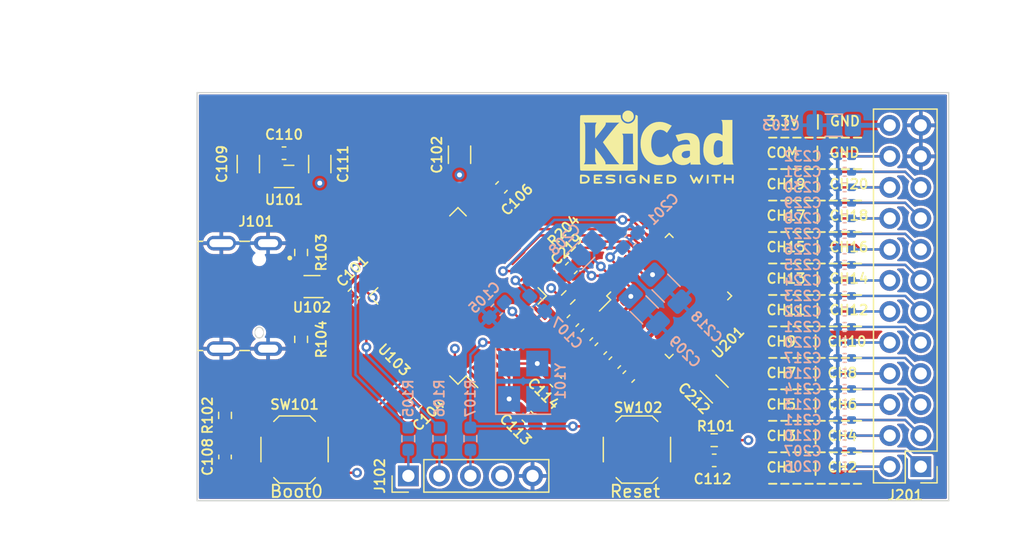
<source format=kicad_pcb>
(kicad_pcb (version 20211014) (generator pcbnew)
  (layers (0 "F.Cu" signal) (1 "In1.Cu" signal) (2 "In2.Cu" signal) (31 "B.Cu" signal) (34 "B.Paste" user) (35 "F.Paste" user) (36 "B.SilkS" user "B.Silkscreen") (37 "F.SilkS" user "F.Silkscreen") (38 "B.Mask" user) (39 "F.Mask" user) (44 "Edge.Cuts" user))
  (net 0 "")
  (net 1 "Net-(J102-Pad1)")
  (net 2 "Net-(J102-Pad2)")
  (net 3 "Net-(J102-Pad3)")
  (net 4 "GND")
  (net 5 "Net-(J101-Pad3)")
  (net 6 "Net-(J101-Pad9)")
  (net 7 "/BOOT0")
  (net 8 "/RESET")
  (net 9 "/USB_VBUS")
  (net 11 "Net-(C110-Pad1)")
  (net 13 "/USB_D-")
  (net 14 "/USB_D+")
  (net 19 "Net-(C113-Pad2)")
  (net 20 "Net-(C114-Pad2)")
  (net 28 "/SPI1_NSS")
  (net 29 "/SPI1_SCK")
  (net 30 "/SPI1_MOSI")
  (net 31 "/SPI1_MISO")
  (net 38 "/I2C3_SCL")
  (net 39 "/UART1_TX")
  (net 40 "/UART1_RX")
  (net 41 "/SWDIO")
  (net 42 "/SWCLK")
  (net 49 "/3.3V")
  (net 50 "Net-(C215-Pad2)")
  (net 51 "Net-(C212-Pad2)")
  (net 53 "Net-(C218-Pad2)")
  (net 54 "Net-(C209-Pad2)")
  (net 55 "Net-(C208-Pad1)")
  (net 56 "Net-(C208-Pad2)")
  (net 57 "/ThermalSensorsDriver/CH1")
  (net 58 "/ThermalSensorsDriver/CH2")
  (net 59 "/ThermalSensorsDriver/CH3")
  (net 60 "/ThermalSensorsDriver/CH4")
  (net 61 "/ThermalSensorsDriver/CH5")
  (net 62 "/ThermalSensorsDriver/CH6")
  (net 63 "/ThermalSensorsDriver/CH7")
  (net 64 "/ThermalSensorsDriver/CH8")
  (net 65 "/ThermalSensorsDriver/CH9")
  (net 66 "/ThermalSensorsDriver/CH10")
  (net 67 "/ThermalSensorsDriver/CH11")
  (net 68 "/ThermalSensorsDriver/CH12")
  (net 69 "/ThermalSensorsDriver/CH13")
  (net 70 "/ThermalSensorsDriver/CH14")
  (net 71 "/ThermalSensorsDriver/CH15")
  (net 72 "/ThermalSensorsDriver/CH16")
  (net 73 "/ThermalSensorsDriver/CH17")
  (net 74 "/ThermalSensorsDriver/CH18")
  (net 75 "/ThermalSensorsDriver/CH19")
  (net 76 "/ThermalSensorsDriver/CH20")
  (net 77 "/ThermalSensorsDriver/COM")
  (net 97 "/TH_RESET")
  (footprint "Button_Switch_SMD:SW_SPST_TL3342" (layer "F.Cu") (at 105 103 180)
    (fp_text reference "SW101")
    (fp_text value "SW_Push")
  )
  (footprint "Package_QFP:LQFP-64_10x10mm_P0.5mm" (layer "F.Cu") (at 118.364 90.424 135)
    (fp_text reference "U103")
    (fp_text value "STM32F303RDTx")
  )
  (footprint "Capacitor_SMD:C_1206_3216Metric_Pad1.33x1.80mm_HandSolder" (layer "F.Cu") (at 101.219 79.629 90)
    (fp_text reference "C109")
    (fp_text value "10µF")
  )
  (footprint "Capacitor_SMD:C_0603_1608Metric_Pad1.08x0.95mm_HandSolder" (layer "F.Cu") (at 132.334 97.028 45)
    (fp_text reference "C215" hide)
    (fp_text value "100nF")
  )
  (footprint "Resistor_SMD:R_0603_1608Metric_Pad0.98x0.95mm_HandSolder" (layer "F.Cu") (at 105.537 93.98 90)
    (fp_text reference "R104")
    (fp_text value "5.1k")
  )
  (footprint "Capacitor_SMD:C_0603_1608Metric_Pad1.08x0.95mm_HandSolder" (layer "F.Cu") (at 130.048 94.742 45)
    (fp_text reference "C204" hide)
    (fp_text value "100nF")
  )
  (footprint "Symbol:KiCad-Logo2_5mm_SilkScreen" (layer "F.Cu") (at 134.62 78.232)
    (fp_text reference "LOGO101" hide)
    (fp_text value "Logo_Open_Hardware_Small" hide)
  )
  (footprint "Package_DFN_QFN:MLF-6-1EP_1.6x1.6mm_P0.5mm_EP0.5x1.26mm" (layer "F.Cu") (at 104.14 80.645)
    (fp_text reference "U101")
    (fp_text value "MIC5353-3.3YMT")
  )
  (footprint "Capacitor_SMD:C_0603_1608Metric_Pad1.08x0.95mm_HandSolder" (layer "F.Cu") (at 127.635 88.138 -135)
    (fp_text reference "C219")
    (fp_text value "100nF")
  )
  (footprint "Package_TO_SOT_SMD:SOT-553" (layer "F.Cu") (at 106.426 89.662 180)
    (fp_text reference "U102")
    (fp_text value "TPD2E2U06")
  )
  (footprint "Capacitor_SMD:C_0603_1608Metric_Pad1.08x0.95mm_HandSolder" (layer "F.Cu") (at 131.191 95.885 45)
    (fp_text reference "C205" hide)
    (fp_text value "100nF")
  )
  (footprint "Capacitor_SMD:C_0603_1608Metric_Pad1.08x0.95mm_HandSolder" (layer "F.Cu") (at 121.92 81.534 45)
    (fp_text reference "C106")
    (fp_text value "100nF")
  )
  (footprint "Resistor_SMD:R_0603_1608Metric_Pad0.98x0.95mm_HandSolder" (layer "F.Cu") (at 139.319 102.235 180)
    (fp_text reference "R101")
    (fp_text value "2k2")
  )
  (footprint "Capacitor_SMD:C_0603_1608Metric_Pad1.08x0.95mm_HandSolder" (layer "F.Cu") (at 99.314 103.6055 90)
    (fp_text reference "C108")
    (fp_text value "100nF")
  )
  (footprint "Capacitor_SMD:C_1206_3216Metric_Pad1.33x1.80mm_HandSolder" (layer "F.Cu") (at 118.491 78.867 90)
    (fp_text reference "C102")
    (fp_text value "10µF")
  )
  (footprint "Resistor_SMD:R_0603_1608Metric_Pad0.98x0.95mm_HandSolder" (layer "F.Cu") (at 105.537 86.868 -90)
    (fp_text reference "R103")
    (fp_text value "5.1k")
  )
  (footprint "Capacitor_SMD:C_1206_3216Metric_Pad1.33x1.80mm_HandSolder" (layer "F.Cu") (at 107.061 79.629 90)
    (fp_text reference "C111")
    (fp_text value "10µF")
  )
  (footprint "Capacitor_SMD:C_0603_1608Metric_Pad1.08x0.95mm_HandSolder" (layer "F.Cu") (at 124.079 100.33 135)
    (fp_text reference "C113")
    (fp_text value "100nF")
  )
  (footprint "Resistor_SMD:R_0603_1608Metric_Pad0.98x0.95mm_HandSolder" (layer "F.Cu") (at 127.381 90.551 -135)
    (fp_text reference "R204")
    (fp_text value "R")
  )
  (footprint "Capacitor_SMD:C_0603_1608Metric_Pad1.08x0.95mm_HandSolder" (layer "F.Cu") (at 128.905 93.599 45)
    (fp_text reference "C203" hide)
    (fp_text value "100nF")
  )
  (footprint "Resistor_SMD:R_0603_1608Metric_Pad0.98x0.95mm_HandSolder" (layer "F.Cu") (at 99.314 100.203 90)
    (fp_text reference "R102")
    (fp_text value "2K2")
  )
  (footprint "Capacitor_SMD:C_1206_3216Metric_Pad1.33x1.80mm_HandSolder" (layer "F.Cu") (at 139.319 98.044 135)
    (fp_text reference "C212")
    (fp_text value "1µF")
  )
  (footprint "Connector_PinHeader_2.54mm:PinHeader_1x05_P2.54mm_Vertical" (layer "F.Cu") (at 114.305 105.156 90)
    (fp_text reference "J102")
    (fp_text value "Conn_01x05")
  )
  (footprint "Capacitor_SMD:C_0603_1608Metric_Pad1.08x0.95mm_HandSolder" (layer "F.Cu") (at 126.365 97.409 135)
    (fp_text reference "C114")
    (fp_text value "100nF")
  )
  (footprint "Connector_PinHeader_2.54mm:PinHeader_2x12_P2.54mm_Vertical" (layer "F.Cu") (at 156.215 104.399 180)
    (fp_text reference "J201")
    (fp_text value "Conn_02x12_Odd_Even")
  )
  (footprint "Package_QFP:LQFP-48_7x7mm_P0.5mm" (layer "F.Cu") (at 135.636 90.424 45)
    (fp_text reference "U201")
    (fp_text value "LTC2983")
  )
  (footprint "Capacitor_SMD:C_0603_1608Metric_Pad1.08x0.95mm_HandSolder" (layer "F.Cu") (at 127.762 92.456 45)
    (fp_text reference "C202" hide)
    (fp_text value "100nF")
  )
  (footprint "Capacitor_SMD:C_0603_1608Metric_Pad1.08x0.95mm_HandSolder" (layer "F.Cu") (at 109.855 90.297 -135)
    (fp_text reference "C101")
    (fp_text value "100nF")
  )
  (footprint "Capacitor_SMD:C_0603_1608Metric_Pad1.08x0.95mm_HandSolder" (layer "F.Cu") (at 114.935 99.187 -135)
    (fp_text reference "C104")
    (fp_text value "100nF")
  )
  (footprint "DX07S016JA1R1500:JAE_DX07S016JA1R1500" (layer "F.Cu") (at 102.108 90.424 -90)
    (fp_text reference "J101")
    (fp_text value "DX07S016JA1R1500")
    (fp_line (start 2.875 -0.315) (end 3.125 -0.315) (layer "Edge.Cuts") (width 0.1))
    (fp_line (start 3.125 0.315) (end 2.875 0.315) (layer "Edge.Cuts") (width 0.1))
    (fp_arc (start 2.56 0) (mid 2.652261 -0.222739) (end 2.875 -0.315) (layer "Edge.Cuts") (width 0.1))
    (fp_arc (start 2.875 0.315) (mid 2.652261 0.222739) (end 2.56 0) (layer "Edge.Cuts") (width 0.1))
    (fp_arc (start 3.125 -0.315) (mid 3.347739 -0.222739) (end 3.44 0) (layer "Edge.Cuts") (width 0.1))
    (fp_arc (start 3.44 0) (mid 3.347739 0.222739) (end 3.125 0.315) (layer "Edge.Cuts") (width 0.1))
  )
  (footprint "Button_Switch_SMD:SW_SPST_TL3342" (layer "F.Cu") (at 133 103)
    (fp_text reference "SW102")
    (fp_text value "SW_Push")
  )
  (footprint "Capacitor_SMD:C_0603_1608Metric_Pad1.08x0.95mm_HandSolder" (layer "F.Cu") (at 104.14 78.74 180)
    (fp_text reference "C110")
    (fp_text value "100nF")
  )
  (footprint "Capacitor_SMD:C_0603_1608Metric_Pad1.08x0.95mm_HandSolder" (layer "F.Cu") (at 139.319 103.886)
    (fp_text reference "C112")
    (fp_text value "100nF")
  )
  (footprint "Capacitor_SMD:C_1206_3216Metric_Pad1.33x1.80mm_HandSolder" (layer "B.Cu") (at 133.604 91.567 135)
    (fp_text reference "C209")
    (fp_text value "10µF")
  )
  (footprint "Capacitor_SMD:C_0402_1005Metric_Pad0.74x0.62mm_HandSolder" (layer "B.Cu") (at 149.987 101.854 180)
    (fp_text reference "C210")
    (fp_text value "100pF")
  )
  (footprint "Crystal:Crystal_SMD_3225-4Pin_3.2x2.5mm_HandSoldering" (layer "B.Cu") (at 123.698 97.409 90)
    (fp_text reference "Y101")
    (fp_text value "Crystal_GND24")
  )
  (footprint "Resistor_SMD:R_0603_1608Metric_Pad0.98x0.95mm_HandSolder" (layer "B.Cu") (at 114.3 102.108 90)
    (fp_text reference "R105")
    (fp_text value "22")
  )
  (footprint "Capacitor_SMD:C_0402_1005Metric_Pad0.74x0.62mm_HandSolder" (layer "B.Cu") (at 149.987 90.424 180)
    (fp_text reference "C223")
    (fp_text value "100pF")
  )
  (footprint "Capacitor_SMD:C_0402_1005Metric_Pad0.74x0.62mm_HandSolder" (layer "B.Cu") (at 149.987 80.264 180)
    (fp_text reference "C231")
    (fp_text value "100pF")
  )
  (footprint "Capacitor_SMD:C_1206_3216Metric_Pad1.33x1.80mm_HandSolder" (layer "B.Cu") (at 128.397 87.122 -135)
    (fp_text reference "C208")
    (fp_text value "10µF")
  )
  (footprint "Capacitor_SMD:C_0402_1005Metric_Pad0.74x0.62mm_HandSolder" (layer "B.Cu") (at 149.987 99.314 180)
    (fp_text reference "C213")
    (fp_text value "100pF")
  )
  (footprint "Capacitor_SMD:C_0402_1005Metric_Pad0.74x0.62mm_HandSolder" (layer "B.Cu") (at 149.987 98.044 180)
    (fp_text reference "C214")
    (fp_text value "100pF")
  )
  (footprint "Capacitor_SMD:C_0402_1005Metric_Pad0.74x0.62mm_HandSolder" (layer "B.Cu") (at 149.987 82.804 180)
    (fp_text reference "C229")
    (fp_text value "100pF")
  )
  (footprint "Capacitor_SMD:C_0402_1005Metric_Pad0.74x0.62mm_HandSolder" (layer "B.Cu") (at 149.987 78.994 180)
    (fp_text reference "C232")
    (fp_text value "100pF")
  )
  (footprint "Capacitor_SMD:C_0402_1005Metric_Pad0.74x0.62mm_HandSolder" (layer "B.Cu") (at 149.987 89.154 180)
    (fp_text reference "C224")
    (fp_text value "100pF")
  )
  (footprint "Capacitor_SMD:C_1206_3216Metric_Pad1.33x1.80mm_HandSolder" (layer "B.Cu") (at 135.382 89.789 135)
    (fp_text reference "C218")
    (fp_text value "10µF")
  )
  (footprint "Capacitor_SMD:C_0603_1608Metric_Pad1.08x0.95mm_HandSolder" (layer "B.Cu") (at 132.461 85.852 -135)
    (fp_text reference "C201")
    (fp_text value "100nF")
  )
  (footprint "Capacitor_SMD:C_0402_1005Metric_Pad0.74x0.62mm_HandSolder" (layer "B.Cu") (at 149.987 94.234 180)
    (fp_text reference "C220")
    (fp_text value "100pF")
  )
  (footprint "Capacitor_SMD:C_0402_1005Metric_Pad0.74x0.62mm_HandSolder" (layer "B.Cu") (at 149.987 92.964 180)
    (fp_text reference "C221")
    (fp_text value "100pF")
  )
  (footprint "Capacitor_SMD:C_0402_1005Metric_Pad0.74x0.62mm_HandSolder" (layer "B.Cu") (at 149.987 95.504 180)
    (fp_text reference "C217")
    (fp_text value "100pF")
  )
  (footprint "Capacitor_SMD:C_0603_1608Metric_Pad1.08x0.95mm_HandSolder" (layer "B.Cu") (at 124.841 91.059 -45)
    (fp_text reference "C107")
    (fp_text value "100nF")
  )
  (footprint "Capacitor_SMD:C_0402_1005Metric_Pad0.74x0.62mm_HandSolder" (layer "B.Cu") (at 149.987 85.344 180)
    (fp_text reference "C227")
    (fp_text value "100pF")
  )
  (footprint "Capacitor_SMD:C_0402_1005Metric_Pad0.74x0.62mm_HandSolder" (layer "B.Cu") (at 149.987 104.394 180)
    (fp_text reference "C206")
    (fp_text value "100pF")
  )
  (footprint "Capacitor_SMD:C_0402_1005Metric_Pad0.74x0.62mm_HandSolder" (layer "B.Cu") (at 149.987 96.774 180)
    (fp_text reference "C216")
    (fp_text value "100pF")
  )
  (footprint "Capacitor_SMD:C_0402_1005Metric_Pad0.74x0.62mm_HandSolder" (layer "B.Cu") (at 149.987 81.534 180)
    (fp_text reference "C230")
    (fp_text value "100pF")
  )
  (footprint "Resistor_SMD:R_0603_1608Metric_Pad0.98x0.95mm_HandSolder" (layer "B.Cu") (at 116.84 102.108 90)
    (fp_text reference "R106")
    (fp_text value "22")
  )
  (footprint "Capacitor_SMD:C_0402_1005Metric_Pad0.74x0.62mm_HandSolder" (layer "B.Cu") (at 149.987 86.614 180)
    (fp_text reference "C226")
    (fp_text value "100pF")
  )
  (footprint "Capacitor_SMD:C_1206_3216Metric_Pad1.33x1.80mm_HandSolder" (layer "B.Cu") (at 149.098 76.454 180)
    (fp_text reference "C103")
    (fp_text value "10µF")
  )
  (footprint "Resistor_SMD:R_0603_1608Metric_Pad0.98x0.95mm_HandSolder" (layer "B.Cu") (at 119.38 102.108 90)
    (fp_text reference "R107")
    (fp_text value "22")
  )
  (footprint "Capacitor_SMD:C_0402_1005Metric_Pad0.74x0.62mm_HandSolder" (layer "B.Cu") (at 149.987 87.884 180)
    (fp_text reference "C225")
    (fp_text value "100pF")
  )
  (footprint "Capacitor_SMD:C_0402_1005Metric_Pad0.74x0.62mm_HandSolder" (layer "B.Cu") (at 149.987 91.694 180)
    (fp_text reference "C222")
    (fp_text value "100pF")
  )
  (footprint "Capacitor_SMD:C_0402_1005Metric_Pad0.74x0.62mm_HandSolder" (layer "B.Cu") (at 149.987 100.584 180)
    (fp_text reference "C211")
    (fp_text value "100pF")
  )
  (footprint "Capacitor_SMD:C_0402_1005Metric_Pad0.74x0.62mm_HandSolder" (layer "B.Cu") (at 149.987 103.124 180)
    (fp_text reference "C207")
    (fp_text value "100pF")
  )
  (footprint "Capacitor_SMD:C_0603_1608Metric_Pad1.08x0.95mm_HandSolder" (layer "B.Cu") (at 121.539 91.567 -135)
    (fp_text reference "C105")
    (fp_text value "100nF")
  )
  (footprint "Capacitor_SMD:C_0402_1005Metric_Pad0.74x0.62mm_HandSolder" (layer "B.Cu") (at 149.987 84.074 180)
    (fp_text reference "C228")
    (fp_text value "100pF")
  )
  (gr_line (start 158.496 107.188) (end 158.496 73.787) (layer "Edge.Cuts") (width 0.1))
  (gr_line (start 97.028 73.787) (end 97.028 107.188) (layer "Edge.Cuts") (width 0.1))
  (gr_line (start 97.028 107.188) (end 158.496 107.188) (layer "Edge.Cuts") (width 0.1))
  (gr_line (start 158.496 73.787) (end 97.028 73.787) (layer "Edge.Cuts") (width 0.1))
  (gr_text "3.3V  | GND\n--------\nCOM  | GND\n--------\nCH19 | CH20\n--------\nCH17 | CH18\n--------\nCH15 | CH16\n--------\nCH13 | CH14\n--------\nCH11 | CH12\n--------\nCH9  | CH10\n--------\nCH7  | CH8\n--------\nCH5  | CH6\n--------\nCH3  | CH4\n--------\nCH1  | CH2\n--------\n" (at 143.51 90.932) (layer "F.SilkS") (effects (font (size 0.8 0.8)) (justify left)))
  (gr_text "Boot0" (at 105.156 106.426) (layer "F.SilkS") (effects (font (size 1 1))))
  (gr_text "Reset" (at 132.842 106.426) (layer "F.SilkS") (effects (font (size 1 1))))
  (segment (start 114.3 103.0205) (end 114.305 103.0255) (width 0.2) (layer "B.Cu") (net 1))
  (segment (start 114.305 103.0255) (end 114.305 105.156) (width 0.2) (layer "B.Cu") (net 1))
  (segment (start 116.845 103.0255) (end 116.845 105.156) (width 0.2) (layer "B.Cu") (net 2))
  (segment (start 116.84 103.0205) (end 116.845 103.0255) (width 0.2) (layer "B.Cu") (net 2))
  (segment (start 119.385 103.0255) (end 119.385 105.156) (width 0.2) (layer "B.Cu") (net 3))
  (segment (start 119.38 103.0205) (end 119.385 103.0255) (width 0.2) (layer "B.Cu") (net 3))
  (segment (start 104.6435 88.674) (end 105.537 87.7805) (width 0.2) (layer "F.Cu") (net 5))
  (segment (start 103.208 88.674) (end 104.6435 88.674) (width 0.2) (layer "F.Cu") (net 5))
  (segment (start 104.1435 91.674) (end 105.537 93.0675) (width 0.2) (layer "F.Cu") (net 6))
  (segment (start 103.208 91.674) (end 104.1435 91.674) (width 0.2) (layer "F.Cu") (net 6))
  (segment (start 99.314 101.1155) (end 99.3295 101.1) (width 0.2) (layer "F.Cu") (net 7))
  (segment (start 99.314 102.743) (end 99.314 101.1155) (width 0.2) (layer "F.Cu") (net 7))
  (segment (start 99.3295 101.1) (end 108.15 101.1) (width 0.2) (layer "F.Cu") (net 7))
  (segment (start 115.588606 95.674268) (end 110.162874 101.1) (width 0.2) (layer "F.Cu") (net 7))
  (segment (start 110.162874 101.1) (end 108.15 101.1) (width 0.2) (layer "F.Cu") (net 7))
  (segment (start 136.15 101.1) (end 137.2715 101.1) (width 0.2) (layer "F.Cu") (net 8))
  (segment (start 138.4565 102.285) (end 138.4065 102.235) (width 0.2) (layer "F.Cu") (net 8))
  (segment (start 137.2715 101.1) (end 138.4065 102.235) (width 0.2) (layer "F.Cu") (net 8))
  (segment (start 138.4565 103.886) (end 138.4565 102.285) (width 0.2) (layer "F.Cu") (net 8))
  (segment (start 121.846501 94.967161) (end 121.11334 94.234) (width 0.2) (layer "F.Cu") (net 8))
  (segment (start 121.11334 94.234) (end 120.396 94.234) (width 0.2) (layer "F.Cu") (net 8))
  (segment (start 127.77 101.1) (end 127.762 101.092) (width 0.2) (layer "F.Cu") (net 8))
  (segment (start 129.85 101.1) (end 136.15 101.1) (width 0.2) (layer "F.Cu") (net 8))
  (segment (start 129.85 101.1) (end 127.77 101.1) (width 0.2) (layer "F.Cu") (net 8))
  (via (at 127.762 101.092) (size 0.8) (drill 0.4) (layers "F.Cu" "B.Cu") (net 8))
  (via (at 120.396 94.234) (size 0.8) (drill 0.4) (layers "F.Cu" "B.Cu") (net 8))
  (segment (start 119.38 95.25) (end 120.396 94.234) (width 0.2) (layer "B.Cu") (net 8))
  (segment (start 119.38 101.1955) (end 119.38 95.25) (width 0.2) (layer "B.Cu") (net 8))
  (segment (start 127.762 101.092) (end 119.4835 101.092) (width 0.2) (layer "B.Cu") (net 8))
  (segment (start 119.4835 101.092) (end 119.38 101.1955) (width 0.2) (layer "B.Cu") (net 8))
  (segment (start 101.2825 87.9475) (end 100.965 87.63) (width 0.4) (layer "F.Cu") (net 9))
  (segment (start 103.34 81.145) (end 101.2655 81.145) (width 0.2) (layer "F.Cu") (net 9))
  (segment (start 102.539197 92.774) (end 101.2825 91.517303) (width 0.4) (layer "F.Cu") (net 9))
  (segment (start 102.424676 88.188521) (end 101.523521 88.188521) (width 0.4) (layer "F.Cu") (net 9))
  (segment (start 103.208 88.074) (end 102.539197 88.074) (width 0.4) (layer "F.Cu") (net 9))
  (segment (start 101.2655 81.145) (end 101.219 81.1915) (width 0.2) (layer "F.Cu") (net 9))
  (segment (start 101.2825 91.517303) (end 101.2825 88.3285) (width 0.4) (layer "F.Cu") (net 9))
  (segment (start 100.965 87.63) (end 100.965 81.4455) (width 0.4) (layer "F.Cu") (net 9))
  (segment (start 103.208 92.774) (end 102.539197 92.774) (width 0.4) (layer "F.Cu") (net 9))
  (segment (start 102.539197 88.074) (end 102.424676 88.188521) (width 0.4) (layer "F.Cu") (net 9))
  (segment (start 103.34 80.145) (end 102.856513 80.145) (width 0.2) (layer "F.Cu") (net 9))
  (segment (start 101.523521 88.188521) (end 101.2825 87.9475) (width 0.4) (layer "F.Cu") (net 9))
  (segment (start 102.856513 80.145) (end 102.616 80.385513) (width 0.2) (layer "F.Cu") (net 9))
  (segment (start 100.965 81.4455) (end 101.219 81.1915) (width 0.4) (layer "F.Cu") (net 9))
  (segment (start 101.2825 88.3285) (end 101.473 88.138) (width 0.4) (layer "F.Cu") (net 9))
  (segment (start 102.616 80.385513) (end 102.616 81.153) (width 0.2) (layer "F.Cu") (net 9))
  (segment (start 104.94 80.145) (end 104.94 78.8025) (width 0.2) (layer "F.Cu") (net 11))
  (segment (start 104.94 78.8025) (end 105.0025 78.74) (width 0.2) (layer "F.Cu") (net 11))
  (segment (start 107.126 89.162) (end 109.42 86.868) (width 0.2) (layer "F.Cu") (net 13))
  (segment (start 112.333126 86.868) (end 113.113732 87.648606) (width 0.2) (layer "F.Cu") (net 13))
  (segment (start 103.208 89.674) (end 102.473978 89.674) (width 0.2) (layer "F.Cu") (net 13))
  (segment (start 102.108 90.039978) (end 102.108 90.805) (width 0.2) (layer "F.Cu") (net 13))
  (segment (start 106.033 89.674) (end 106.545 89.162) (width 0.2) (layer "F.Cu") (net 13))
  (segment (start 103.208 89.674) (end 106.033 89.674) (width 0.2) (layer "F.Cu") (net 13))
  (segment (start 102.108 90.805) (end 102.477 91.174) (width 0.2) (layer "F.Cu") (net 13))
  (segment (start 109.42 86.868) (end 112.333126 86.868) (width 0.2) (layer "F.Cu") (net 13))
  (segment (start 102.477 91.174) (end 103.208 91.174) (width 0.2) (layer "F.Cu") (net 13))
  (segment (start 106.545 89.162) (end 107.126 89.162) (width 0.2) (layer "F.Cu") (net 13))
  (segment (start 102.473978 89.674) (end 102.108 90.039978) (width 0.2) (layer "F.Cu") (net 13))
  (segment (start 109.83648 87.26752) (end 112.02554 87.26752) (width 0.2) (layer "F.Cu") (net 14))
  (segment (start 103.208 90.174) (end 105.714 90.174) (width 0.2) (layer "F.Cu") (net 14))
  (segment (start 105.714 90.174) (end 105.726 90.162) (width 0.2) (layer "F.Cu") (net 14))
  (segment (start 106.307 90.162) (end 106.807 89.662) (width 0.2) (layer "F.Cu") (net 14))
  (segment (start 107.442 89.662) (end 109.83648 87.26752) (width 0.2) (layer "F.Cu") (net 14))
  (segment (start 107.126 89.662) (end 107.442 89.662) (width 0.2) (layer "F.Cu") (net 14))
  (segment (start 105.726 90.162) (end 106.307 90.162) (width 0.2) (layer "F.Cu") (net 14))
  (segment (start 103.208 90.674) (end 103.208 90.174) (width 0.2) (layer "F.Cu") (net 14))
  (segment (start 112.02554 87.26752) (end 112.760179 88.002159) (width 0.2) (layer "F.Cu") (net 14))
  (segment (start 106.807 89.662) (end 107.126 89.662) (width 0.2) (layer "F.Cu") (net 14))
  (segment (start 122.548 97.082874) (end 122.548 98.859) (width 0.2) (layer "F.Cu") (net 19))
  (segment (start 123.40912 99.72012) (end 122.548 98.859) (width 0.2) (layer "F.Cu") (net 19))
  (segment (start 121.139394 95.674268) (end 122.548 97.082874) (width 0.2) (layer "F.Cu") (net 19))
  (segment (start 123.46912 99.72012) (end 123.40912 99.72012) (width 0.2) (layer "F.Cu") (net 19))
  (via (at 122.548 98.859) (size 0.8) (drill 0.4) (layers "F.Cu" "B.Cu") (net 19))
  (segment (start 125.75512 96.79912) (end 125.68812 96.79912) (width 0.2) (layer "F.Cu") (net 20))
  (segment (start 122.131234 95.959) (end 124.848 95.959) (width 0.2) (layer "F.Cu") (net 20))
  (segment (start 121.492948 95.320714) (end 122.131234 95.959) (width 0.2) (layer "F.Cu") (net 20))
  (segment (start 125.68812 96.79912) (end 124.848 95.959) (width 0.2) (layer "F.Cu") (net 20))
  (via (at 124.848 95.959) (size 0.8) (drill 0.4) (layers "F.Cu" "B.Cu") (net 20))
  (segment (start 123.967821 88.002159) (end 125.99098 85.979) (width 0.2) (layer "F.Cu") (net 28))
  (segment (start 125.99098 85.979) (end 132.25166 85.979) (width 0.2) (layer "F.Cu") (net 28))
  (segment (start 132.25166 85.979) (end 133.222998 86.950338) (width 0.2) (layer "F.Cu") (net 28))
  (segment (start 131.826 84.201) (end 132.59498 84.201) (width 0.2) (layer "F.Cu") (net 29))
  (segment (start 122.870874 88.392) (end 122.047 88.392) (width 0.2) (layer "F.Cu") (net 29))
  (segment (start 132.59498 84.201) (end 134.283658 85.889678) (width 0.2) (layer "F.Cu") (net 29))
  (segment (start 123.614268 87.648606) (end 122.870874 88.392) (width 0.2) (layer "F.Cu") (net 29))
  (via (at 122.047 88.392) (size 0.8) (drill 0.4) (layers "F.Cu" "B.Cu") (net 29))
  (via (at 131.826 84.201) (size 0.8) (drill 0.4) (layers "F.Cu" "B.Cu") (net 29))
  (segment (start 126.238 84.201) (end 122.047 88.392) (width 0.2) (layer "B.Cu") (net 29))
  (segment (start 131.826 84.201) (end 126.238 84.201) (width 0.2) (layer "B.Cu") (net 29))
  (segment (start 123.260714 87.295052) (end 125.084766 85.471) (width 0.2) (layer "F.Cu") (net 30))
  (segment (start 125.084766 85.471) (end 132.450766 85.471) (width 0.2) (layer "F.Cu") (net 30))
  (segment (start 132.450766 85.471) (end 133.576551 86.596785) (width 0.2) (layer "F.Cu") (net 30))
  (segment (start 132.649874 84.963) (end 133.930105 86.243231) (width 0.2) (layer "F.Cu") (net 31))
  (segment (start 124.88566 84.963) (end 132.649874 84.963) (width 0.2) (layer "F.Cu") (net 31))
  (segment (start 122.907161 86.941499) (end 124.88566 84.963) (width 0.2) (layer "F.Cu") (net 31))
  (segment (start 111.83765 87.786738) (end 110.333262 87.786738) (width 0.2) (layer "F.Cu") (net 41))
  (segment (start 112.406625 88.355713) (end 111.83765 87.786738) (width 0.2) (layer "F.Cu") (net 41))
  (segment (start 110.333262 87.786738) (end 109.982 88.138) (width 0.2) (layer "F.Cu") (net 41))
  (via (at 109.982 88.138) (size 0.8) (drill 0.4) (layers "F.Cu" "B.Cu") (net 41))
  (segment (start 109.982 96.8775) (end 109.982 88.138) (width 0.2) (layer "B.Cu") (net 41))
  (segment (start 114.3 101.1955) (end 109.982 96.8775) (width 0.2) (layer "B.Cu") (net 41))
  (segment (start 110.871 92.6137) (end 110.871 94.615) (width 0.2) (layer "F.Cu") (net 42))
  (segment (start 111.699519 91.785181) (end 110.871 92.6137) (width 0.2) (layer "F.Cu") (net 42))
  (via (at 110.871 94.615) (size 0.8) (drill 0.4) (layers "F.Cu" "B.Cu") (net 42))
  (segment (start 110.871 95.2265) (end 110.871 94.615) (width 0.2) (layer "B.Cu") (net 42))
  (segment (start 116.84 101.1955) (end 110.871 95.2265) (width 0.2) (layer "B.Cu") (net 42))
  (segment (start 111.075218 89.68712) (end 110.46488 89.68712) (width 0.2) (layer "F.Cu") (net 49))
  (segment (start 111.699519 89.062819) (end 111.075218 89.68712) (width 0.2) (layer "F.Cu") (net 49))
  (segment (start 110.46488 89.68712) (end 110.51512 89.68712) (width 0.2) (layer "F.Cu") (net 49))
  (segment (start 119.725181 83.728819) (end 121.31012 82.14388) (width 0.2) (layer "F.Cu") (net 49))
  (segment (start 108.15 104.9) (end 101.85 104.9) (width 0.2) (layer "F.Cu") (net 49))
  (segment (start 117.002819 97.088481) (end 118.11 95.9813) (width 0.2) (layer "F.Cu") (net 49))
  (segment (start 119.59574 80.4295) (end 118.491 80.4295) (width 0.2) (layer "F.Cu") (net 49))
  (segment (start 131.808785 88.364551) (end 130.81 87.365766) (width 0.2) (layer "F.Cu") (net 49))
  (segment (start 130.81 87.365766) (end 130.81 87.249) (width 0.2) (layer "F.Cu") (net 49))
  (segment (start 100.15 104.468) (end 99.314 104.468) (width 0.2) (layer "F.Cu") (net 49))
  (segment (start 115.54488 98.54642) (end 115.54488 98.57712) (width 0.2) (layer "F.Cu") (net 49))
  (segment (start 101.85 104.9) (end 100.582 104.9) (width 0.2) (layer "F.Cu") (net 49))
  (segment (start 118.11 95.9813) (end 118.11 94.742) (width 0.2) (layer "F.Cu") (net 49))
  (segment (start 129.76888 93.10914) (end 129.76888 93.11612) (width 0.2) (layer "F.Cu") (net 49))
  (segment (start 126.735765 90.540765) (end 125.984 89.789) (width 0.2) (layer "F.Cu") (net 49))
  (segment (start 140.2315 102.235) (end 142.113 102.235) (width 0.2) (layer "F.Cu") (net 49))
  (segment (start 110.107 104.9) (end 110.109 104.902) (width 0.2) (layer "F.Cu") (net 49))
  (segment (start 128.37188 91.84612) (end 131.80088 95.27512) (width 0.2) (layer "F.Cu") (net 49))
  (segment (start 108.15 104.9) (end 110.107 104.9) (width 0.2) (layer "F.Cu") (net 49))
  (segment (start 110.51512 89.68712) (end 111.379 90.551) (width 0.2) (layer "F.Cu") (net 49))
  (segment (start 126.735765 91.196235) (end 126.735765 90.540765) (width 0.2) (layer "F.Cu") (net 49))
  (segment (start 107.0145 81.145) (end 107.061 81.1915) (width 0.2) (layer "F.Cu") (net 49))
  (segment (start 127.721995 91.196235) (end 128.37188 91.84612) (width 0.2) (layer "F.Cu") (net 49))
  (segment (start 123.960841 92.845841) (end 122.809 91.694) (width 0.2) (layer "F.Cu") (net 49))
  (segment (start 123.967821 92.845841) (end 123.960841 92.845841) (width 0.2) (layer "F.Cu") (net 49))
  (segment (start 124.321375 88.355713) (end 123.523088 89.154) (width 0.2) (layer "F.Cu") (net 49))
  (segment (start 126.735765 91.196235) (end 127.721995 91.196235) (width 0.2) (layer "F.Cu") (net 49))
  (segment (start 121.31012 82.14388) (end 119.59574 80.4295) (width 0.2) (layer "F.Cu") (net 49))
  (segment (start 104.94 81.145) (end 107.0145 81.145) (width 0.2) (layer "F.Cu") (net 49))
  (segment (start 119.725181 83.759519) (end 119.725181 83.728819) (width 0.2) (layer "F.Cu") (net 49))
  (segment (start 117.002819 97.088481) (end 115.54488 98.54642) (width 0.2) (layer "F.Cu") (net 49))
  (segment (start 100.582 104.9) (end 100.15 104.468) (width 0.2) (layer "F.Cu") (net 49))
  (segment (start 123.523088 89.154) (end 123.063 89.154) (width 0.2) (layer "F.Cu") (net 49))
  (segment (start 130.65788 93.634354) (end 130.65788 94.13212) (width 0.2) (layer "F.Cu") (net 49))
  (via (at 142.113 102.235) (size 0.8) (drill 0.4) (layers "F.Cu" "B.Cu") (net 49))
  (via (at 118.491 80.518) (size 0.8) (drill 0.4) (layers "F.Cu" "B.Cu") (net 49))
  (via (at 107.061 81.1915) (size 0.8) (drill 0.4) (layers "F.Cu" "B.Cu") (net 49))
  (via (at 130.81 87.249) (size 0.8) (drill 0.4) (layers "F.Cu" "B.Cu") (net 49))
  (via (at 123.063 89.154) (size 0.8) (drill 0.4) (layers "F.Cu" "B.Cu") (net 49))
  (via (at 118.11 94.742) (size 0.8) (drill 0.4) (layers "F.Cu" "B.Cu") (net 49))
  (via (at 111.379 90.551) (size 0.8) (drill 0.4) (layers "F.Cu" "B.Cu") (net 49))
  (via (at 122.809 91.694) (size 0.8) (drill 0.4) (layers "F.Cu" "B.Cu") (net 49))
  (via (at 125.984 89.789) (size 0.8) (drill 0.4) (layers "F.Cu" "B.Cu") (net 49))
  (via (at 110.109 104.902) (size 0.8) (drill 0.4) (layers "F.Cu" "B.Cu") (net 49))
  (segment (start 130.81 87.249) (end 130.937 87.249) (width 0.2) (layer "B.Cu") (net 49))
  (segment (start 131.85112 86.46188) (end 131.59712 86.46188) (width 0.2) (layer "B.Cu") (net 49))
  (segment (start 122.14888 91.03388) (end 122.809 91.694) (width 0.2) (layer "B.Cu") (net 49))
  (segment (start 150.6655 76.459) (end 153.675 76.459) (width 0.4) (layer "B.Cu") (net 49))
  (segment (start 131.59712 86.46188) (end 130.81 87.249) (width 0.2) (layer "B.Cu") (net 49))
  (segment (start 124.23112 90.44912) (end 124.23112 90.32212) (width 0.2) (layer "B.Cu") (net 49))
  (segment (start 124.23112 90.32212) (end 123.063 89.154) (width 0.2) (layer "B.Cu") (net 49))
  (segment (start 122.14888 90.95712) (end 122.14888 91.03388) (width 0.2) (layer "B.Cu") (net 49))
  (segment (start 150.6605 76.454) (end 150.6655 76.459) (width 0.25) (layer "B.Cu") (net 49))
  (segment (start 134.283658 94.958322) (end 132.94388 96.2981) (width 0.2) (layer "F.Cu") (net 50))
  (segment (start 132.94388 96.2981) (end 132.94388 96.41812) (width 0.2) (layer "F.Cu") (net 50))
  (segment (start 138.214146 96.891234) (end 138.214146 96.939146) (width 0.2) (layer "F.Cu") (net 51))
  (segment (start 136.634788 95.311876) (end 138.214146 96.891234) (width 0.2) (layer "F.Cu") (net 51))
  (segment (start 136.988342 94.958322) (end 136.634788 95.311876) (width 0.2) (layer "F.Cu") (net 51))
  (segment (start 133.542592 88.684146) (end 134.277146 88.684146) (width 0.2) (layer "F.Cu") (net 53))
  (segment (start 132.515891 87.657445) (end 133.542592 88.684146) (width 0.2) (layer "F.Cu") (net 53))
  (via (at 134.277146 88.684146) (size 0.8) (drill 0.4) (layers "F.Cu" "B.Cu") (net 53))
  (segment (start 132.499146 89.76202) (end 132.499146 90.462146) (width 0.2) (layer "F.Cu") (net 54))
  (segment (start 131.455231 88.718105) (end 132.499146 89.76202) (width 0.2) (layer "F.Cu") (net 54))
  (via (at 132.499146 90.462146) (size 0.8) (drill 0.4) (layers "F.Cu" "B.Cu") (net 54))
  (segment (start 130.048 88.01798) (end 131.101678 89.071658) (width 0.2) (layer "F.Cu") (net 55))
  (segment (start 130.048 88.011) (end 130.048 88.01798) (width 0.2) (layer "F.Cu") (net 55))
  (via (at 130.048 88.011) (size 0.8) (drill 0.4) (layers "F.Cu" "B.Cu") (net 55))
  (segment (start 129.501854 87.464854) (end 129.501854 86.017146) (width 0.2) (layer "B.Cu") (net 55))
  (segment (start 130.048 88.011) (end 129.501854 87.464854) (width 0.2) (layer "B.Cu") (net 55))
  (segment (start 129.286 88.773) (end 130.095912 88.773) (width 0.2) (layer "F.Cu") (net 56))
  (segment (start 130.095912 88.773) (end 130.748124 89.425212) (width 0.2) (layer "F.Cu") (net 56))
  (via (at 129.286 88.773) (size 0.8) (drill 0.4) (layers "F.Cu" "B.Cu") (net 56))
  (segment (start 129.286 88.773) (end 128.739854 88.226854) (width 0.2) (layer "B.Cu") (net 56))
  (segment (start 128.739854 88.226854) (end 127.292146 88.226854) (width 0.2) (layer "B.Cu") (net 56))
  (segment (start 147.843234 104.399) (end 153.675 104.399) (width 0.2) (layer "F.Cu") (net 57))
  (segment (start 137.695449 94.251215) (end 147.843234 104.399) (width 0.2) (layer "F.Cu") (net 57))
  (segment (start 150.5595 104.399) (end 153.675 104.399) (width 0.2) (layer "B.Cu") (net 57))
  (segment (start 150.5545 104.394) (end 150.5595 104.399) (width 0.2) (layer "B.Cu") (net 57))
  (segment (start 154.94 103.124) (end 147.27534 103.124) (width 0.2) (layer "F.Cu") (net 58))
  (segment (start 147.27534 103.124) (end 138.049002 93.897662) (width 0.2) (layer "F.Cu") (net 58))
  (segment (start 156.215 104.399) (end 154.94 103.124) (width 0.2) (layer "F.Cu") (net 58))
  (segment (start 150.5545 103.124) (end 154.94 103.124) (width 0.2) (layer "B.Cu") (net 58))
  (segment (start 154.94 103.124) (end 156.215 104.399) (width 0.2) (layer "B.Cu") (net 58))
  (segment (start 146.717446 101.859) (end 153.675 101.859) (width 0.2) (layer "F.Cu") (net 59))
  (segment (start 138.402555 93.544109) (end 146.717446 101.859) (width 0.2) (layer "F.Cu") (net 59))
  (segment (start 150.5595 101.859) (end 153.675 101.859) (width 0.2) (layer "B.Cu") (net 59))
  (segment (start 150.5545 101.854) (end 150.5595 101.859) (width 0.2) (layer "B.Cu") (net 59))
  (segment (start 146.149554 100.584) (end 154.94 100.584) (width 0.2) (layer "F.Cu") (net 60))
  (segment (start 138.756109 93.190555) (end 146.149554 100.584) (width 0.2) (layer "F.Cu") (net 60))
  (segment (start 154.94 100.584) (end 156.215 101.859) (width 0.2) (layer "F.Cu") (net 60))
  (segment (start 154.94 100.584) (end 156.215 101.859) (width 0.2) (layer "B.Cu") (net 60))
  (segment (start 150.5545 100.584) (end 154.94 100.584) (width 0.2) (layer "B.Cu") (net 60))
  (segment (start 153.675 99.319) (end 145.59166 99.319) (width 0.2) (layer "F.Cu") (net 61))
  (segment (start 145.59166 99.319) (end 139.109662 92.837002) (width 0.2) (layer "F.Cu") (net 61))
  (segment (start 150.5545 99.314) (end 150.5595 99.319) (width 0.2) (layer "B.Cu") (net 61))
  (segment (start 150.5595 99.319) (end 153.675 99.319) (width 0.2) (layer "B.Cu") (net 61))
  (segment (start 139.463215 92.483449) (end 145.023766 98.044) (width 0.2) (layer "F.Cu") (net 62))
  (segment (start 145.023766 98.044) (end 154.94 98.044) (width 0.2) (layer "F.Cu") (net 62))
  (segment (start 154.94 98.044) (end 156.215 99.319) (width 0.2) (layer "F.Cu") (net 62))
  (segment (start 150.5545 98.044) (end 154.94 98.044) (width 0.2) (layer "B.Cu") (net 62))
  (segment (start 154.94 98.044) (end 156.215 99.319) (width 0.2) (layer "B.Cu") (net 62))
  (segment (start 144.465874 96.779) (end 139.816769 92.129895) (width 0.2) (layer "F.Cu") (net 63))
  (segment (start 153.675 96.779) (end 144.465874 96.779) (width 0.2) (layer "F.Cu") (net 63))
  (segment (start 150.5545 96.774) (end 150.5595 96.779) (width 0.2) (layer "B.Cu") (net 63))
  (segment (start 150.5595 96.779) (end 153.675 96.779) (width 0.2) (layer "B.Cu") (net 63))
  (segment (start 154.94 95.504) (end 156.215 96.779) (width 0.2) (layer "F.Cu") (net 64))
  (segment (start 143.89798 95.504) (end 154.94 95.504) (width 0.2) (layer "F.Cu") (net 64))
  (segment (start 140.170322 91.776342) (end 143.89798 95.504) (width 0.2) (layer "F.Cu") (net 64))
  (segment (start 150.5545 95.504) (end 154.94 95.504) (width 0.2) (layer "B.Cu") (net 64))
  (segment (start 154.94 95.504) (end 156.215 96.779) (width 0.2) (layer "B.Cu") (net 64))
  (segment (start 143.340088 94.239) (end 140.523876 91.422788) (width 0.2) (layer "F.Cu") (net 65))
  (segment (start 153.675 94.239) (end 143.340088 94.239) (width 0.2) (layer "F.Cu") (net 65))
  (segment (start 150.5595 94.239) (end 153.675 94.239) (width 0.2) (layer "B.Cu") (net 65))
  (segment (start 150.5545 94.234) (end 150.5595 94.239) (width 0.2) (layer "B.Cu") (net 65))
  (segment (start 154.94 92.964) (end 156.215 94.239) (width 0.2) (layer "F.Cu") (net 66))
  (segment (start 140.523876 89.425212) (end 144.062664 92.964) (width 0.2) (layer "F.Cu") (net 66))
  (segment (start 144.062664 92.964) (end 154.94 92.964) (width 0.2) (layer "F.Cu") (net 66))
  (segment (start 150.5545 92.964) (end 154.94 92.964) (width 0.2) (layer "B.Cu") (net 66))
  (segment (start 154.94 92.964) (end 156.215 94.239) (width 0.2) (layer "B.Cu") (net 66))
  (segment (start 140.84998 88.392) (end 140.170322 89.071658) (width 0.2) (layer "F.Cu") (net 67))
  (segment (start 143.256 88.392) (end 140.84998 88.392) (width 0.2) (layer "F.Cu") (net 67))
  (segment (start 146.563 91.699) (end 143.256 88.392) (width 0.2) (layer "F.Cu") (net 67))
  (segment (start 153.675 91.699) (end 146.563 91.699) (width 0.2) (layer "F.Cu") (net 67))
  (segment (start 150.5595 91.699) (end 153.675 91.699) (width 0.2) (layer "B.Cu") (net 67))
  (segment (start 150.5545 91.694) (end 150.5595 91.699) (width 0.2) (layer "B.Cu") (net 67))
  (segment (start 140.600074 87.9348) (end 143.8148 87.9348) (width 0.2) (layer "F.Cu") (net 68))
  (segment (start 139.816769 88.718105) (end 140.600074 87.9348) (width 0.2) (layer "F.Cu") (net 68))
  (segment (start 143.8148 87.9348) (end 146.304 90.424) (width 0.2) (layer "F.Cu") (net 68))
  (segment (start 154.94 90.424) (end 156.215 91.699) (width 0.2) (layer "F.Cu") (net 68))
  (segment (start 146.304 90.424) (end 154.94 90.424) (width 0.2) (layer "F.Cu") (net 68))
  (segment (start 150.5545 90.424) (end 154.94 90.424) (width 0.2) (layer "B.Cu") (net 68))
  (segment (start 154.94 90.424) (end 156.215 91.699) (width 0.2) (layer "B.Cu") (net 68))
  (segment (start 140.400966 87.4268) (end 144.1958 87.4268) (width 0.2) (layer "F.Cu") (net 69))
  (segment (start 145.928 89.159) (end 153.675 89.159) (width 0.2) (layer "F.Cu") (net 69))
  (segment (start 144.1958 87.4268) (end 145.928 89.159) (width 0.2) (layer "F.Cu") (net 69))
  (segment (start 139.463215 88.364551) (end 140.400966 87.4268) (width 0.2) (layer "F.Cu") (net 69))
  (segment (start 150.5595 89.159) (end 153.675 89.159) (width 0.2) (layer "B.Cu") (net 69))
  (segment (start 150.5545 89.154) (end 150.5595 89.159) (width 0.2) (layer "B.Cu") (net 69))
  (segment (start 139.109662 88.010998) (end 140.15106 86.9696) (width 0.2) (layer "F.Cu") (net 70))
  (segment (start 154.94 87.884) (end 156.215 89.159) (width 0.2) (layer "F.Cu") (net 70))
  (segment (start 145.542 87.884) (end 154.94 87.884) (width 0.2) (layer "F.Cu") (net 70))
  (segment (start 140.15106 86.9696) (end 144.6276 86.9696) (width 0.2) (layer "F.Cu") (net 70))
  (segment (start 144.6276 86.9696) (end 145.542 87.884) (width 0.2) (layer "F.Cu") (net 70))
  (segment (start 154.94 87.884) (end 156.215 89.159) (width 0.2) (layer "B.Cu") (net 70))
  (segment (start 150.5545 87.884) (end 154.94 87.884) (width 0.2) (layer "B.Cu") (net 70))
  (segment (start 150.9014 86.2584) (end 151.262 86.619) (width 0.2) (layer "F.Cu") (net 71))
  (segment (start 151.262 86.619) (end 153.675 86.619) (width 0.2) (layer "F.Cu") (net 71))
  (segment (start 138.756109 87.657445) (end 140.155154 86.2584) (width 0.2) (layer "F.Cu") (net 71))
  (segment (start 140.155154 86.2584) (end 150.9014 86.2584) (width 0.2) (layer "F.Cu") (net 71))
  (segment (start 150.5595 86.619) (end 153.675 86.619) (width 0.2) (layer "B.Cu") (net 71))
  (segment (start 150.5545 86.614) (end 150.5595 86.619) (width 0.2) (layer "B.Cu") (net 71))
  (segment (start 154.94 85.344) (end 156.215 86.619) (width 0.2) (layer "F.Cu") (net 72))
  (segment (start 140.362446 85.344) (end 154.94 85.344) (width 0.2) (layer "F.Cu") (net 72))
  (segment (start 138.402555 87.303891) (end 140.362446 85.344) (width 0.2) (layer "F.Cu") (net 72))
  (segment (start 150.5545 85.344) (end 154.94 85.344) (width 0.2) (layer "B.Cu") (net 72))
  (segment (start 154.94 85.344) (end 156.215 86.619) (width 0.2) (layer "B.Cu") (net 72))
  (segment (start 138.049002 86.950338) (end 140.92034 84.079) (width 0.2) (layer "F.Cu") (net 73))
  (segment (start 140.92034 84.079) (end 153.675 84.079) (width 0.2) (layer "F.Cu") (net 73))
  (segment (start 150.5545 84.074) (end 150.5595 84.079) (width 0.2) (layer "B.Cu") (net 73))
  (segment (start 150.5595 84.079) (end 153.675 84.079) (width 0.2) (layer "B.Cu") (net 73))
  (segment (start 141.488234 82.804) (end 154.94 82.804) (width 0.2) (layer "F.Cu") (net 74))
  (segment (start 154.94 82.804) (end 156.215 84.079) (width 0.2) (layer "F.Cu") (net 74))
  (segment (start 137.695449 86.596785) (end 141.488234 82.804) (width 0.2) (layer "F.Cu") (net 74))
  (segment (start 150.5545 82.804) (end 154.94 82.804) (width 0.2) (layer "B.Cu") (net 74))
  (segment (start 154.94 82.804) (end 156.215 84.079) (width 0.2) (layer "B.Cu") (net 74))
  (segment (start 142.046126 81.539) (end 153.675 81.539) (width 0.2) (layer "F.Cu") (net 75))
  (segment (start 137.341895 86.243231) (end 142.046126 81.539) (width 0.2) (layer "F.Cu") (net 75))
  (segment (start 150.5545 81.534) (end 150.5595 81.539) (width 0.2) (layer "B.Cu") (net 75))
  (segment (start 150.5595 81.539) (end 153.675 81.539) (width 0.2) (layer "B.Cu") (net 75))
  (segment (start 154.94 80.264) (end 156.215 81.539) (width 0.2) (layer "F.Cu") (net 76))
  (segment (start 136.988342 85.889678) (end 142.61402 80.264) (width 0.2) (layer "F.Cu") (net 76))
  (segment (start 142.61402 80.264) (end 154.94 80.264) (width 0.2) (layer "F.Cu") (net 76))
  (segment (start 154.94 80.264) (end 156.215 81.539) (width 0.2) (layer "B.Cu") (net 76))
  (segment (start 150.5545 80.264) (end 154.94 80.264) (width 0.2) (layer "B.Cu") (net 76))
  (segment (start 143.171912 78.999) (end 136.634788 85.536124) (width 0.2) (layer "F.Cu") (net 77))
  (segment (start 153.675 78.999) (end 143.171912 78.999) (width 0.2) (layer "F.Cu") (net 77))
  (segment (start 150.5545 78.994) (end 150.5595 78.999) (width 0.2) (layer "B.Cu") (net 77))
  (segment (start 150.5595 78.999) (end 153.675 78.999) (width 0.2) (layer "B.Cu") (net 77))
  (segment (start 127.02512 88.74788) (end 127.02512 88.67112) (width 0.2) (layer "F.Cu") (net 97))
  (segment (start 127.02512 88.90465) (end 128.026235 89.905765) (width 0.2) (layer "F.Cu") (net 97))
  (segment (start 125.028481 89.062819) (end 126.22265 87.86865) (width 0.2) (layer "F.Cu") (net 97))
  (segment (start 126.710181 89.062819) (end 127.02512 88.74788) (width 0.2) (layer "F.Cu") (net 97))
  (segment (start 127.6043 86.487) (end 132.052554 86.487) (width 0.2) (layer "F.Cu") (net 97))
  (segment (start 127.02512 88.74788) (end 127.02512 88.90465) (width 0.2) (layer "F.Cu") (net 97))
  (segment (start 126.22265 87.86865) (end 127.6043 86.487) (width 0.2) (layer "F.Cu") (net 97))
  (segment (start 132.052554 86.487) (end 132.869445 87.303891) (width 0.2) (layer "F.Cu") (net 97))
  (segment (start 127.02512 88.67112) (end 126.22265 87.86865) (width 0.2) (layer "F.Cu") (net 97))
  (segment (start 128.026235 89.905765) (end 128.026235 89.748995) (width 0.25) (layer "F.Cu") (net 97))
  (zone (net 49) (net_name "/3.3V") (layer "F.Cu") (priority 1) (connect_pads (clearance 0.15)) (min_thickness 0.15) (fill yes (thermal_gap 0.15) (thermal_bridge_width 0.15))
    (polygon (pts (xy 129.413 91.44) (xy 130.048 92.075) (xy 131.191 91.059) (xy 133.858 93.599) (xy 132.588 94.869) (xy 132.588 95.504) (xy 132.08 96.139) (xy 127.635 91.821) (xy 128.524 90.932)))
  )
  (zone (net 4) (net_name "GND") (layer "F.Cu") (connect_pads (clearance 0.15)) (min_thickness 0.15) (fill yes (thermal_gap 0.3) (thermal_bridge_width 0.3))
    (polygon (pts (xy 158.496 107.188) (xy 97.028 107.188) (xy 97.028 73.787) (xy 158.496 73.787)))
  )
  (zone (net 4) (net_name "GND") (layer "B.Cu") (priority 1) (connect_pads (clearance 0.15)) (min_thickness 0.15) (fill yes (thermal_gap 0.3) (thermal_bridge_width 0.3))
    (polygon (pts (xy 158.496 107.188) (xy 97.028 107.188) (xy 97.028 73.787) (xy 158.496 73.787)))
  )
)
</source>
